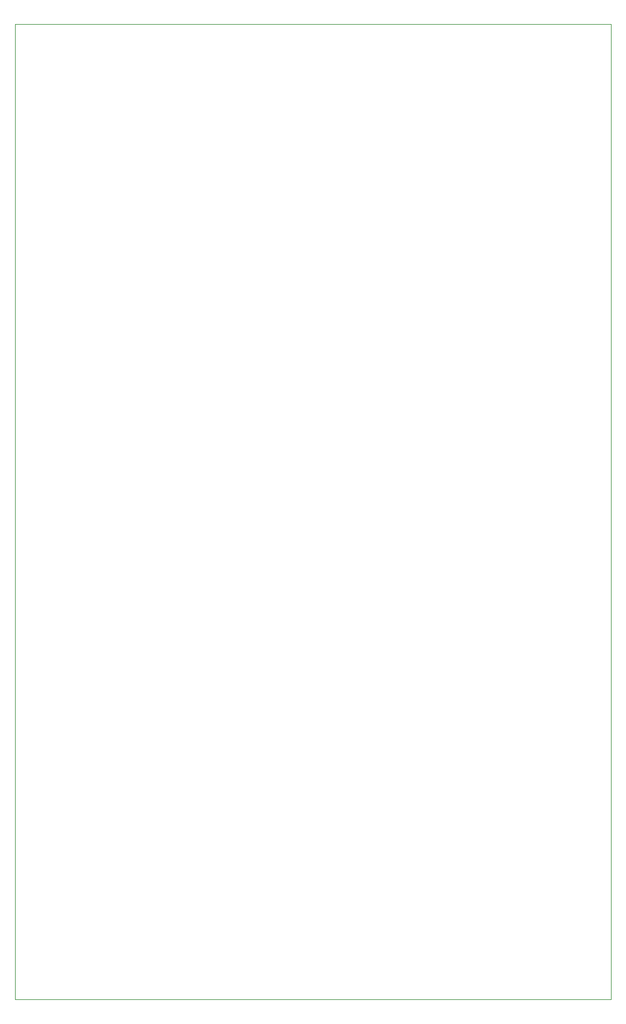
<source format=gbr>
G04 #@! TF.GenerationSoftware,KiCad,Pcbnew,(5.1.5)-3*
G04 #@! TF.CreationDate,2020-05-22T17:28:33+01:00*
G04 #@! TF.ProjectId,CU,43552e6b-6963-4616-945f-706362585858,rev?*
G04 #@! TF.SameCoordinates,Original*
G04 #@! TF.FileFunction,Profile,NP*
%FSLAX46Y46*%
G04 Gerber Fmt 4.6, Leading zero omitted, Abs format (unit mm)*
G04 Created by KiCad (PCBNEW (5.1.5)-3) date 2020-05-22 17:28:33*
%MOMM*%
%LPD*%
G04 APERTURE LIST*
%ADD10C,0.050000*%
G04 APERTURE END LIST*
D10*
X142240000Y-27940000D02*
X142240000Y-44704000D01*
X58420000Y-27940000D02*
X142240000Y-27940000D01*
X58420000Y-27940000D02*
X58420000Y-35560000D01*
X58420000Y-44704000D02*
X58420000Y-35560000D01*
X58420000Y-119126000D02*
X58420000Y-88646000D01*
X58420000Y-151130000D02*
X58420000Y-119126000D01*
X58420000Y-165100000D02*
X58420000Y-151130000D01*
X60960000Y-165100000D02*
X58420000Y-165100000D01*
X72644000Y-165100000D02*
X60960000Y-165100000D01*
X110236000Y-165100000D02*
X72644000Y-165100000D01*
X142240000Y-165100000D02*
X110236000Y-165100000D01*
X142240000Y-147066000D02*
X142240000Y-165100000D01*
X142240000Y-44704000D02*
X142240000Y-147066000D01*
X58420000Y-88646000D02*
X58420000Y-44704000D01*
M02*

</source>
